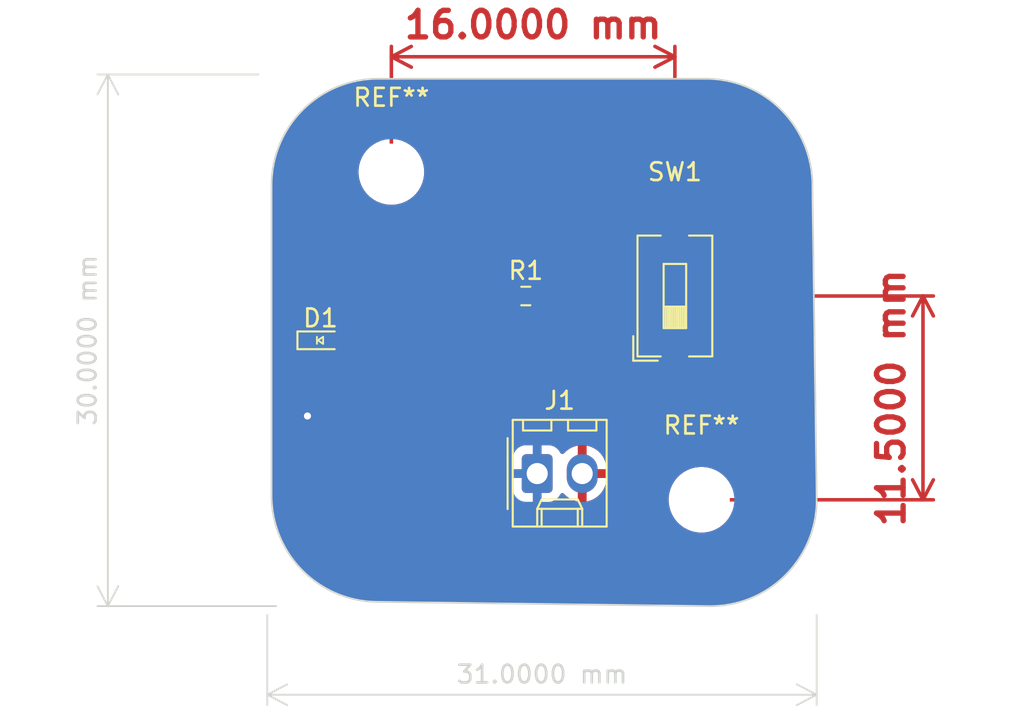
<source format=kicad_pcb>
(kicad_pcb (version 20240108) (generator "pcbnew") (generator_version "8.0")
  (title_block (title "LED Project") (date "2022-08-16") (rev "1.0") (company "Illini Solar Car") (comment 1 "Designed By: Sachith Chandran"))
  (layers (0 "F.Cu" signal) (31 "B.Cu" signal) (34 "B.Paste" user) (35 "F.Paste" user) (36 "B.SilkS" user "B.Silkscreen") (37 "F.SilkS" user "F.Silkscreen") (38 "B.Mask" user) (39 "F.Mask" user) (44 "Edge.Cuts" user))
  (net 0 "")
  (net 1 "GND")
  (net 2 "Net-(D1-A)")
  (net 3 "Net-(R1-Pad1)")
  (net 4 "+3V3")
  (footprint "MountingHole:MountingHole_3.2mm_M3" (layer "F.Cu") (at 120 68.5)
    (property "Reference" "REF**" (at 0 -4.2 0) (layer "F.SilkS"))
    (property "Value" "MountingHole_3.2mm_M3")
    (pad "" np_thru_hole circle (at 0 0) (size 3.2 3.2) (drill 3.2) (layers "*.Cu" "*.Mask"))
  )
  (footprint "MountingHole:MountingHole_3.2mm_M3" (layer "F.Cu") (at 137.5 87)
    (property "Reference" "REF**" (at 0 -4.2 0) (layer "F.SilkS"))
    (property "Value" "MountingHole_3.2mm_M3")
    (pad "" np_thru_hole circle (at 0 0) (size 3.2 3.2) (drill 3.2) (layers "*.Cu" "*.Mask"))
  )
  (footprint "layout:LED_0603_Symbol_on_F.SilkS" (layer "F.Cu") (at 116 78)
    (property "Reference" "D1" (at 0 -1.25 0) (layer "F.SilkS"))
    (property "Value" "LED_RED")
    (fp_line (start -1.3 -0.5) (end -1.3 0.5) (stroke (width 0.12)) (layer "F.SilkS"))
    (fp_line (start -1.3 -0.5) (end 0.8 -0.5) (stroke (width 0.12)) (layer "F.SilkS"))
    (fp_line (start -1.3 0.5) (end 0.8 0.5) (stroke (width 0.12)) (layer "F.SilkS"))
    (fp_line (start -0.2 -0.2) (end -0.2 0.2) (stroke (width 0.1)) (layer "F.SilkS"))
    (fp_line (start -0.15 0) (end 0.15 -0.2) (stroke (width 0.1)) (layer "F.SilkS"))
    (fp_line (start 0.15 -0.2) (end 0.15 0.2) (stroke (width 0.1)) (layer "F.SilkS"))
    (fp_line (start 0.15 0.2) (end -0.15 0) (stroke (width 0.1)) (layer "F.SilkS"))
    (pad "1" smd rect (at -0.8 0 180) (size 0.8 0.8) (layers "F.Cu" "F.Paste" "F.Mask") (net 1 "GND"))
    (pad "2" smd rect (at 0.8 0 180) (size 0.8 0.8) (layers "F.Cu" "F.Paste" "F.Mask") (net 2 "Net-(D1-A)"))
  )
  (footprint "Button_Switch_SMD:SW_DIP_SPSTx01_Slide_6.7x4.1mm_W8.61mm_P2.54mm_LowProfile" (layer "F.Cu") (at 136 75.5 90)
    (property "Reference" "SW1" (at 7 0 180) (layer "F.SilkS"))
    (property "Value" "SW_Push")
    (fp_line (start -3.65 -2.35) (end -2.267 -2.35) (stroke (width 0.12)) (layer "F.SilkS"))
    (fp_line (start -3.65 -2.35) (end -3.65 -0.967) (stroke (width 0.12)) (layer "F.SilkS"))
    (fp_line (start 3.41 -2.11) (end 3.41 -0.8) (stroke (width 0.12)) (layer "F.SilkS"))
    (fp_line (start -3.41 -2.11) (end 3.41 -2.11) (stroke (width 0.12)) (layer "F.SilkS"))
    (fp_line (start -3.41 -2.11) (end -3.41 -0.8) (stroke (width 0.12)) (layer "F.SilkS"))
    (fp_line (start 1.81 -0.635) (end -1.81 -0.635) (stroke (width 0.12)) (layer "F.SilkS"))
    (fp_line (start -0.603333 -0.635) (end -0.603333 0.635) (stroke (width 0.12)) (layer "F.SilkS"))
    (fp_line (start -1.81 -0.635) (end -1.81 0.635) (stroke (width 0.12)) (layer "F.SilkS"))
    (fp_line (start -1.81 -0.515) (end -0.603333 -0.515) (stroke (width 0.12)) (layer "F.SilkS"))
    (fp_line (start -1.81 -0.395) (end -0.603333 -0.395) (stroke (width 0.12)) (layer "F.SilkS"))
    (fp_line (start -1.81 -0.275) (end -0.603333 -0.275) (stroke (width 0.12)) (layer "F.SilkS"))
    (fp_line (start -1.81 -0.155) (end -0.603333 -0.155) (stroke (width 0.12)) (layer "F.SilkS"))
    (fp_line (start -1.81 -0.035) (end -0.603333 -0.035) (stroke (width 0.12)) (layer "F.SilkS"))
    (fp_line (start -1.81 0.085) (end -0.603333 0.085) (stroke (width 0.12)) (layer "F.SilkS"))
    (fp_line (start -1.81 0.205) (end -0.603333 0.205) (stroke (width 0.12)) (layer "F.SilkS"))
    (fp_line (start -1.81 0.325) (end -0.603333 0.325) (stroke (width 0.12)) (layer "F.SilkS"))
    (fp_line (start -1.81 0.445) (end -0.603333 0.445) (stroke (width 0.12)) (layer "F.SilkS"))
    (fp_line (start -1.81 0.565) (end -0.603333 0.565) (stroke (width 0.12)) (layer "F.SilkS"))
    (fp_line (start 1.81 0.635) (end 1.81 -0.635) (stroke (width 0.12)) (layer "F.SilkS"))
    (fp_line (start -1.81 0.635) (end 1.81 0.635) (stroke (width 0.12)) (layer "F.SilkS"))
    (fp_line (start 3.41 0.8) (end 3.41 2.11) (stroke (width 0.12)) (layer "F.SilkS"))
    (fp_line (start -3.41 0.8) (end -3.41 2.11) (stroke (width 0.12)) (layer "F.SilkS"))
    (fp_line (start -3.41 2.11) (end 3.41 2.11) (stroke (width 0.12)) (layer "F.SilkS"))
    (pad "1" smd rect (at -4.305 0 90) (size 2.44 1.12) (layers "F.Cu" "F.Paste" "F.Mask") (net 4 "+3V3"))
    (pad "2" smd rect (at 4.305 0 90) (size 2.44 1.12) (layers "F.Cu" "F.Paste" "F.Mask") (net 3 "Net-(R1-Pad1)"))
  )
  (footprint "Connector_Molex:Molex_KK-254_AE-6410-02A_1x02_P2.54mm_Vertical" (layer "F.Cu") (at 128.23 85.52)
    (property "Reference" "J1" (at 1.27 -4.12 0) (layer "F.SilkS"))
    (property "Value" "Conn_01x02")
    (fp_line (start -1.67 -2) (end -1.67 2) (stroke (width 0.12)) (layer "F.SilkS"))
    (fp_line (start -1.38 -3.03) (end -1.38 2.99) (stroke (width 0.12)) (layer "F.SilkS"))
    (fp_line (start -1.38 2.99) (end 3.92 2.99) (stroke (width 0.12)) (layer "F.SilkS"))
    (fp_line (start -0.8 -3.03) (end -0.8 -2.43) (stroke (width 0.12)) (layer "F.SilkS"))
    (fp_line (start -0.8 -2.43) (end 0.8 -2.43) (stroke (width 0.12)) (layer "F.SilkS"))
    (fp_line (start 0 1.99) (end 0.25 1.46) (stroke (width 0.12)) (layer "F.SilkS"))
    (fp_line (start 0 1.99) (end 2.54 1.99) (stroke (width 0.12)) (layer "F.SilkS"))
    (fp_line (start 0 2.99) (end 0 1.99) (stroke (width 0.12)) (layer "F.SilkS"))
    (fp_line (start 0.25 1.46) (end 2.29 1.46) (stroke (width 0.12)) (layer "F.SilkS"))
    (fp_line (start 0.25 2.99) (end 0.25 1.99) (stroke (width 0.12)) (layer "F.SilkS"))
    (fp_line (start 0.8 -2.43) (end 0.8 -3.03) (stroke (width 0.12)) (layer "F.SilkS"))
    (fp_line (start 1.74 -3.03) (end 1.74 -2.43) (stroke (width 0.12)) (layer "F.SilkS"))
    (fp_line (start 1.74 -2.43) (end 3.34 -2.43) (stroke (width 0.12)) (layer "F.SilkS"))
    (fp_line (start 2.29 1.46) (end 2.54 1.99) (stroke (width 0.12)) (layer "F.SilkS"))
    (fp_line (start 2.29 2.99) (end 2.29 1.99) (stroke (width 0.12)) (layer "F.SilkS"))
    (fp_line (start 2.54 1.99) (end 2.54 2.99) (stroke (width 0.12)) (layer "F.SilkS"))
    (fp_line (start 3.34 -2.43) (end 3.34 -3.03) (stroke (width 0.12)) (layer "F.SilkS"))
    (fp_line (start 3.92 -3.03) (end -1.38 -3.03) (stroke (width 0.12)) (layer "F.SilkS"))
    (fp_line (start 3.92 2.99) (end 3.92 -3.03) (stroke (width 0.12)) (layer "F.SilkS"))
    (pad "1" thru_hole roundrect (at 0 0) (size 1.74 2.19) (drill 1.19) (layers "*.Cu" "*.Mask") (roundrect_rratio 0.143678) (net 1 "GND"))
    (pad "2" thru_hole oval (at 2.54 0) (size 1.74 2.19) (drill 1.19) (layers "*.Cu" "*.Mask") (net 4 "+3V3"))
  )
  (footprint "Resistor_SMD:R_0603_1608Metric_Pad0.98x0.95mm_HandSolder" (layer "F.Cu") (at 127.5875 75.5)
    (property "Reference" "R1" (at 0 -1.43 0) (layer "F.SilkS"))
    (property "Value" "105")
    (fp_line (start -0.254724 -0.5225) (end 0.254724 -0.5225) (stroke (width 0.12)) (layer "F.SilkS"))
    (fp_line (start -0.254724 0.5225) (end 0.254724 0.5225) (stroke (width 0.12)) (layer "F.SilkS"))
    (pad "1" smd roundrect (at -0.9125 0) (size 0.975 0.95) (layers "F.Cu" "F.Paste" "F.Mask") (net 3 "Net-(R1-Pad1)"))
    (pad "2" smd roundrect (at 0.9125 0) (size 0.975 0.95) (layers "F.Cu" "F.Paste" "F.Mask") (net 2 "Net-(D1-A)"))
  )
  (gr_line (start 115.2398 77.978) (end 115.2906 82.2452) (stroke (width 0.2)) (layer "F.Cu") (net 1))
  (gr_arc (start 119.242641 92.757359) (mid 115 91) (end 113.242641 86.757359) (stroke (width 0.1)) (layer "Edge.Cuts"))
  (gr_arc (start 113.242641 69.242641) (mid 115 65) (end 119.242641 63.242641) (stroke (width 0.1)) (layer "Edge.Cuts"))
  (gr_line (start 143.757359 69.242641) (end 144 87) (stroke (width 0.1)) (layer "Edge.Cuts"))
  (gr_line (start 138 93) (end 119.242641 92.757359) (stroke (width 0.1)) (layer "Edge.Cuts"))
  (gr_arc (start 144 87) (mid 142.242641 91.242641) (end 138 93) (stroke (width 0.1)) (layer "Edge.Cuts"))
  (gr_line (start 113.242641 86.757359) (end 113.242641 69.242641) (stroke (width 0.1)) (layer "Edge.Cuts"))
  (gr_line (start 119.242641 63.242641) (end 137.757359 63.242641) (stroke (width 0.1)) (layer "Edge.Cuts"))
  (gr_arc (start 137.757359 63.242641) (mid 142 65) (end 143.757359 69.242641) (stroke (width 0.1)) (layer "Edge.Cuts"))
  (dimension (type orthogonal) (layer "F.Cu") (pts (xy 137.5 87) (xy 136 75.5)) (height 12.5) (orientation 1) (gr_text "11.5000 mm" (at 148.2 81.25 90) (layer "F.Cu") (effects (font (size 1.5 1.5) (thickness 0.3)))) (format (prefix "") (suffix "") (units 3) (units_format 1) (precision 4)) (style (thickness 0.2) (arrow_length 1.27) (text_position_mode 0) (extension_height 0.58642) (extension_offset 0.5) keep_text_aligned))
  (dimension (type orthogonal) (layer "F.Cu") (pts (xy 120 68.5) (xy 136 75.5)) (height -6.5) (orientation 0) (gr_text "16.0000 mm" (at 128 60.2 0) (layer "F.Cu") (effects (font (size 1.5 1.5) (thickness 0.3)))) (format (prefix "") (suffix "") (units 3) (units_format 1) (precision 4)) (style (thickness 0.2) (arrow_length 1.27) (text_position_mode 0) (extension_height 0.58642) (extension_offset 0.5) keep_text_aligned))
  (dimension (type orthogonal) (layer "Edge.Cuts") (pts (xy 113 93) (xy 144 93)) (height 5) (orientation 0) (gr_text "31.0000 mm" (at 128.5 96.85 0) (layer "Edge.Cuts") (effects (font (size 1 1) (thickness 0.15)))) (format (prefix "") (suffix "") (units 3) (units_format 1) (precision 4)) (style (thickness 0.1) (arrow_length 1.27) (text_position_mode 0) (extension_height 0.58642) (extension_offset 0.5) keep_text_aligned))
  (dimension (type orthogonal) (layer "Edge.Cuts") (pts (xy 113 63) (xy 114 93)) (height -9) (orientation 1) (gr_text "30.0000 mm" (at 102.85 78 90) (layer "Edge.Cuts") (effects (font (size 1 1) (thickness 0.15)))) (format (prefix "") (suffix "") (units 3) (units_format 1) (precision 4)) (style (thickness 0.1) (arrow_length 1.27) (text_position_mode 0) (extension_height 0.58642) (extension_offset 0.5) keep_text_aligned))
  (via (at 115.2652 82.2706) (size 0.8) (drill 0.4) (layers "F.Cu" "B.Cu") (net 1))
  (segment (start 122.809 75.946) (end 125.603 78.74) (width 0.25) (layer "F.Cu") (net 2))
  (segment (start 116.8 78) (end 120.755 78) (width 0.25) (layer "F.Cu") (net 2))
  (segment (start 125.603 78.74) (end 128.0922 78.74) (width 0.25) (layer "F.Cu") (net 2))
  (segment (start 130.1496 76.6826) (end 130.1496 76.581) (width 0.25) (layer "F.Cu") (net 2))
  (segment (start 120.755 78) (end 122.809 75.946) (width 0.25) (layer "F.Cu") (net 2))
  (segment (start 129.0432 75.5) (end 128.5 75.5) (width 0.25) (layer "F.Cu") (net 2))
  (segment (start 130.1242 76.581) (end 129.0432 75.5) (width 0.25) (layer "F.Cu") (net 2))
  (segment (start 130.1496 76.581) (end 130.1242 76.581) (width 0.25) (layer "F.Cu") (net 2))
  (segment (start 128.0922 78.74) (end 130.1496 76.6826) (width 0.25) (layer "F.Cu") (net 2))
  (segment (start 135.1788 71.1962) (end 133.0198 73.3552) (width 0.25) (layer "F.Cu") (net 3))
  (segment (start 129.9718 73.3552) (end 129.921 73.3044) (width 0.25) (layer "F.Cu") (net 3))
  (segment (start 133.0198 73.3552) (end 132.9944 73.3552) (width 0.25) (layer "F.Cu") (net 3))
  (segment (start 128.627 74.7) (end 128.5748 74.7) (width 0.25) (layer "F.Cu") (net 3))
  (segment (start 132.9944 73.3552) (end 129.9718 73.3552) (width 0.25) (layer "F.Cu") (net 3))
  (segment (start 128.9812 74.3458) (end 128.627 74.7) (width 0.25) (layer "F.Cu") (net 3))
  (segment (start 135.18 71.195) (end 135.1788 71.1962) (width 0.25) (layer "F.Cu") (net 3))
  (segment (start 129.921 73.3044) (end 129.0066 74.2188) (width 0.25) (layer "F.Cu") (net 3))
  (segment (start 129.0066 74.2188) (end 128.9812 74.2188) (width 0.25) (layer "F.Cu") (net 3))
  (segment (start 136 71.195) (end 135.18 71.195) (width 0.25) (layer "F.Cu") (net 3))
  (segment (start 128.9812 74.2188) (end 128.9812 74.3458) (width 0.25) (layer "F.Cu") (net 3))
  (zone (net 4) (net_name "+3V3") (layer "F.Cu") (connect_pads (clearance 0.508)) (min_thickness 0.25) (fill yes (thermal_gap 0.5) (thermal_bridge_width 0.5))
    (polygon (pts (xy 113 63) (xy 144 63) (xy 144 93) (xy 113 93)))
  )
  (zone (net 1) (net_name "GND") (layer "B.Cu") (priority 1) (connect_pads (clearance 0.508)) (min_thickness 0.25) (fill yes (thermal_gap 0.5) (thermal_bridge_width 0.5))
    (polygon (pts (xy 113 63) (xy 144 63) (xy 144 93) (xy 113 93)))
  )
)
</source>
